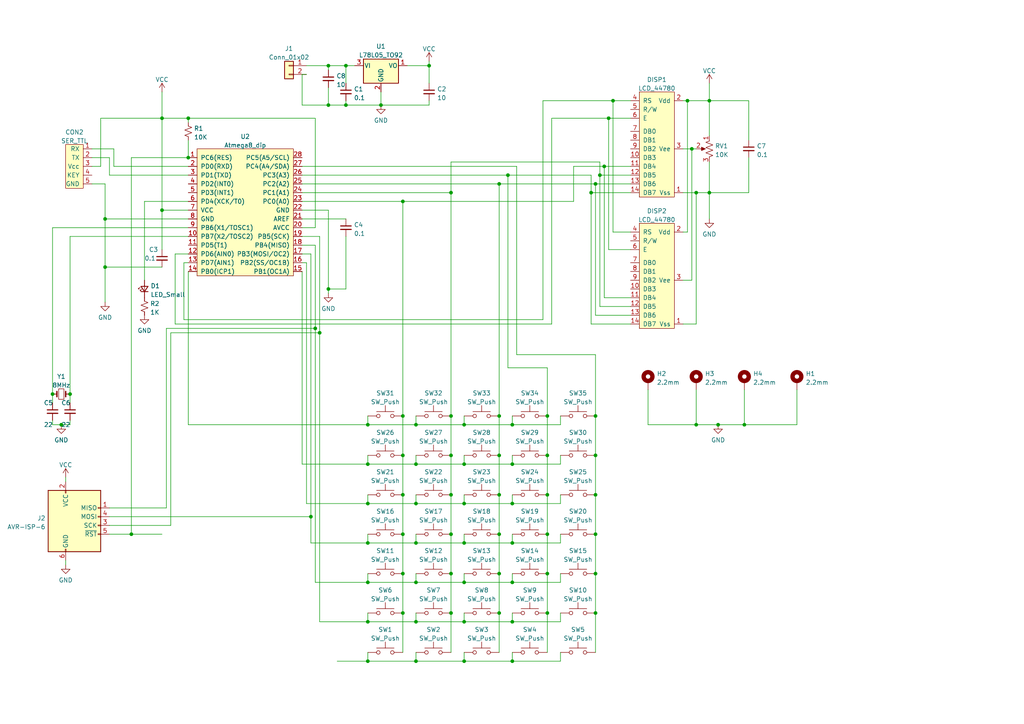
<source format=kicad_sch>
(kicad_sch (version 20211123) (generator eeschema)
  (paper "A4")
  (lib_symbols
    (symbol "BDK_Passive:C_Small_bypass_0.2in" (pin_numbers hide) (pin_names (offset 0.254) hide)
      (property "Reference" "C" (at 0.254 1.778 0))
      (property "Value" "C_Small_bypass_0.2in" (at 0.254 -2.032 0))
      (symbol "C_Small_bypass_0.2in_0_1"
        (polyline (pts (xy -1.524 -0.508) (xy 1.524 -0.508)) (stroke (width 0.3302)))
        (polyline (pts (xy -1.524 0.508) (xy 1.524 0.508)) (stroke (width 0.3048)))
      )
      (symbol "C_Small_bypass_0.2in_1_1"
        (pin passive line (at 0 2.54 270) (length 2.032) (name "~") (number "1"))
        (pin passive line (at 0 -2.54 90) (length 2.032) (name "~") (number "2"))
      )
    )
    (symbol "BDK_Passive:Crystal_Small_HC49U_Vertical" (pin_numbers hide) (pin_names (offset 1.016) hide)
      (property "Reference" "Y" (at 0 2.54 0))
      (property "Value" "Crystal_Small_HC49U_Vertical" (at 0 -2.54 0))
      (symbol "Crystal_Small_HC49U_Vertical_0_1"
        (rectangle (start -0.762 -1.524) (end 0.762 1.524))
        (polyline (pts (xy -1.27 -0.762) (xy -1.27 0.762)) (stroke (width 0.381)))
        (polyline (pts (xy 1.27 -0.762) (xy 1.27 0.762)) (stroke (width 0.381)))
      )
      (symbol "Crystal_Small_HC49U_Vertical_1_1"
        (pin passive line (at -2.54 0 0) (length 1.27) (name "1") (number "1"))
        (pin passive line (at 2.54 0 180) (length 1.27) (name "2") (number "2"))
      )
    )
    (symbol "Connector:AVR-ISP-6" (pin_names (offset 1.016))
      (property "Reference" "J" (at -6.35 11.43 0))
      (property "Value" "AVR-ISP-6" (at 0 11.43 0))
      (symbol "AVR-ISP-6_0_1"
        (rectangle (start -2.667 -6.858) (end -2.413 -7.62))
        (rectangle (start -2.667 10.16) (end -2.413 9.398))
        (rectangle (start 7.62 -2.413) (end 6.858 -2.667))
        (rectangle (start 7.62 0.127) (end 6.858 -0.127))
        (rectangle (start 7.62 2.667) (end 6.858 2.413))
        (rectangle (start 7.62 5.207) (end 6.858 4.953))
        (rectangle (start 7.62 10.16) (end -7.62 -7.62) (stroke (width 0.254)) (fill (type background)))
      )
      (symbol "AVR-ISP-6_1_1"
        (pin passive line (at 10.16 5.08 180) (length 2.54) (name "MISO") (number "1"))
        (pin passive line (at -2.54 12.7 270) (length 2.54) (name "VCC") (number "2"))
        (pin passive line (at 10.16 0 180) (length 2.54) (name "SCK") (number "3"))
        (pin passive line (at 10.16 2.54 180) (length 2.54) (name "MOSI") (number "4"))
        (pin passive line (at 10.16 -2.54 180) (length 2.54) (name "~{RST}") (number "5"))
        (pin passive line (at -2.54 -10.16 90) (length 2.54) (name "GND") (number "6"))
      )
    )
    (symbol "Connector_Generic:Conn_01x02" (pin_names (offset 1.016) hide)
      (property "Reference" "J" (at 0 2.54 0))
      (property "Value" "Conn_01x02" (at 0 -5.08 0))
      (symbol "Conn_01x02_1_1"
        (rectangle (start -1.27 -2.413) (end 0 -2.667) (stroke (width 0.1524)))
        (rectangle (start -1.27 0.127) (end 0 -0.127) (stroke (width 0.1524)))
        (rectangle (start -1.27 1.27) (end 1.27 -3.81) (stroke (width 0.254)) (fill (type background)))
        (pin passive line (at -5.08 0 0) (length 3.81) (name "Pin_1") (number "1"))
        (pin passive line (at -5.08 -2.54 0) (length 3.81) (name "Pin_2") (number "2"))
      )
    )
    (symbol "Device:C_Small" (pin_numbers hide) (pin_names (offset 0.254) hide)
      (property "Reference" "C" (at 0.254 1.778 0))
      (property "Value" "C_Small" (at 0.254 -2.032 0))
      (symbol "C_Small_0_1"
        (polyline (pts (xy -1.524 -0.508) (xy 1.524 -0.508)) (stroke (width 0.3302)))
        (polyline (pts (xy -1.524 0.508) (xy 1.524 0.508)) (stroke (width 0.3048)))
      )
      (symbol "C_Small_1_1"
        (pin passive line (at 0 2.54 270) (length 2.032) (name "~") (number "1"))
        (pin passive line (at 0 -2.54 90) (length 2.032) (name "~") (number "2"))
      )
    )
    (symbol "Device:LED_Small" (pin_numbers hide) (pin_names (offset 0.254) hide)
      (property "Reference" "D" (at -1.27 3.175 0))
      (property "Value" "LED_Small" (at -4.445 -2.54 0))
      (symbol "LED_Small_0_1"
        (polyline (pts (xy -0.762 -1.016) (xy -0.762 1.016)) (stroke (width 0.254)))
        (polyline (pts (xy 1.016 0) (xy -0.762 0)))
        (polyline (pts (xy 0.762 -1.016) (xy -0.762 0) (xy 0.762 1.016) (xy 0.762 -1.016)) (stroke (width 0.254)))
        (polyline (pts (xy 0 0.762) (xy -0.508 1.27) (xy -0.254 1.27) (xy -0.508 1.27) (xy -0.508 1.016)))
        (polyline (pts (xy 0.508 1.27) (xy 0 1.778) (xy 0.254 1.778) (xy 0 1.778) (xy 0 1.524)))
      )
      (symbol "LED_Small_1_1"
        (pin passive line (at -2.54 0 0) (length 1.778) (name "K") (number "1"))
        (pin passive line (at 2.54 0 180) (length 1.778) (name "A") (number "2"))
      )
    )
    (symbol "Device:R_Potentiometer_US" (pin_names (offset 1.016) hide)
      (property "Reference" "RV" (at -4.445 0 90))
      (property "Value" "R_Potentiometer_US" (at -2.54 0 90))
      (symbol "R_Potentiometer_US_0_1"
        (polyline (pts (xy 0 -2.286) (xy 0 -2.54)))
        (polyline (pts (xy 0 2.54) (xy 0 2.286)))
        (polyline (pts (xy 2.54 0) (xy 1.524 0)))
        (polyline (pts (xy 1.143 0) (xy 2.286 0.508) (xy 2.286 -0.508) (xy 1.143 0)) (fill (type outline)))
        (polyline (pts (xy 0 -0.762) (xy 1.016 -1.143) (xy 0 -1.524) (xy -1.016 -1.905) (xy 0 -2.286)))
        (polyline (pts (xy 0 0.762) (xy 1.016 0.381) (xy 0 0) (xy -1.016 -0.381) (xy 0 -0.762)))
        (polyline (pts (xy 0 2.286) (xy 1.016 1.905) (xy 0 1.524) (xy -1.016 1.143) (xy 0 0.762)))
      )
      (symbol "R_Potentiometer_US_1_1"
        (pin passive line (at 0 3.81 270) (length 1.27) (name "1") (number "1"))
        (pin passive line (at 3.81 0 180) (length 1.27) (name "2") (number "2"))
        (pin passive line (at 0 -3.81 90) (length 1.27) (name "3") (number "3"))
      )
    )
    (symbol "Device:R_Small_US" (pin_numbers hide) (pin_names (offset 0.254) hide)
      (property "Reference" "R" (at 0.762 0.508 0))
      (property "Value" "R_Small_US" (at 0.762 -1.016 0))
      (symbol "R_Small_US_1_1"
        (polyline (pts (xy 0 0) (xy 1.016 -0.381) (xy 0 -0.762) (xy -1.016 -1.143) (xy 0 -1.524)))
        (polyline (pts (xy 0 1.524) (xy 1.016 1.143) (xy 0 0.762) (xy -1.016 0.381) (xy 0 0)))
        (pin passive line (at 0 2.54 270) (length 1.016) (name "~") (number "1"))
        (pin passive line (at 0 -2.54 90) (length 1.016) (name "~") (number "2"))
      )
    )
    (symbol "Mechanical:MountingHole_Pad" (pin_numbers hide) (pin_names (offset 1.016) hide)
      (property "Reference" "H" (at 0 6.35 0))
      (property "Value" "MountingHole_Pad" (at 0 4.445 0))
      (symbol "MountingHole_Pad_0_1"
        (circle (center 0 1.27) (radius 1.27) (stroke (width 1.27)))
      )
      (symbol "MountingHole_Pad_1_1"
        (pin input line (at 0 -2.54 90) (length 2.54) (name "1") (number "1"))
      )
    )
    (symbol "Regulator_Linear:L78L05_TO92" (pin_names (offset 0.254))
      (property "Reference" "U" (at -3.81 3.175 0))
      (property "Value" "L78L05_TO92" (at 0 3.175 0))
      (symbol "L78L05_TO92_0_1"
        (rectangle (start -5.08 -5.08) (end 5.08 1.905) (stroke (width 0.254)) (fill (type background)))
      )
      (symbol "L78L05_TO92_1_1"
        (pin power_out line (at 7.62 0 180) (length 2.54) (name "VO") (number "1"))
        (pin power_in line (at 0 -7.62 90) (length 2.54) (name "GND") (number "2"))
        (pin power_in line (at -7.62 0 0) (length 2.54) (name "VI") (number "3"))
      )
    )
    (symbol "Switch:SW_Push" (pin_numbers hide) (pin_names (offset 1.016) hide)
      (property "Reference" "SW" (at 1.27 2.54 0))
      (property "Value" "SW_Push" (at 0 -1.524 0))
      (symbol "SW_Push_0_1"
        (circle (center -2.032 0) (radius 0.508))
        (polyline (pts (xy 0 1.27) (xy 0 3.048)))
        (polyline (pts (xy 2.54 1.27) (xy -2.54 1.27)))
        (circle (center 2.032 0) (radius 0.508))
        (pin passive line (at -5.08 0 0) (length 2.54) (name "1") (number "1"))
        (pin passive line (at 5.08 0 180) (length 2.54) (name "2") (number "2"))
      )
    )
    (symbol "bdk_Micro:Atmega8_dip" (pin_names (offset 1.016))
      (property "Reference" "U" (at -2.54 3.81 0))
      (property "Value" "Atmega8_dip" (at 0 1.27 0))
      (symbol "Atmega8_dip_0_1"
        (rectangle (start -13.97 0) (end 13.97 -36.83) (fill (type background)))
      )
      (symbol "Atmega8_dip_1_1"
        (pin bidirectional line (at -16.51 -2.54 0) (length 2.54) (name "PC6(RES)") (number "1"))
        (pin bidirectional line (at -16.51 -25.4 0) (length 2.54) (name "PB7(X2/TOSC2)") (number "10"))
        (pin bidirectional line (at -16.51 -27.94 0) (length 2.54) (name "PD5(T1)") (number "11"))
        (pin bidirectional line (at -16.51 -30.48 0) (length 2.54) (name "PD6(AIN0)") (number "12"))
        (pin bidirectional line (at -16.51 -33.02 0) (length 2.54) (name "PD7(AIN1)") (number "13"))
        (pin bidirectional line (at -16.51 -35.56 0) (length 2.54) (name "PB0(ICP1)") (number "14"))
        (pin bidirectional line (at 16.51 -35.56 180) (length 2.54) (name "PB1(OC1A)") (number "15"))
        (pin bidirectional line (at 16.51 -33.02 180) (length 2.54) (name "PB2(SS/OC1B)") (number "16"))
        (pin bidirectional line (at 16.51 -30.48 180) (length 2.54) (name "PB3(MOSI/OC2)") (number "17"))
        (pin bidirectional line (at 16.51 -27.94 180) (length 2.54) (name "PB4(MISO)") (number "18"))
        (pin bidirectional line (at 16.51 -25.4 180) (length 2.54) (name "PB5(SCK)") (number "19"))
        (pin bidirectional line (at -16.51 -5.08 0) (length 2.54) (name "PD0(RXD)") (number "2"))
        (pin power_in line (at 16.51 -22.86 180) (length 2.54) (name "AVCC") (number "20"))
        (pin power_in line (at 16.51 -20.32 180) (length 2.54) (name "AREF") (number "21"))
        (pin power_in line (at 16.51 -17.78 180) (length 2.54) (name "GND") (number "22"))
        (pin bidirectional line (at 16.51 -15.24 180) (length 2.54) (name "PC0(A0)") (number "23"))
        (pin bidirectional line (at 16.51 -12.7 180) (length 2.54) (name "PC1(A1)") (number "24"))
        (pin bidirectional line (at 16.51 -10.16 180) (length 2.54) (name "PC2(A2)") (number "25"))
        (pin bidirectional line (at 16.51 -7.62 180) (length 2.54) (name "PC3(A3)") (number "26"))
        (pin bidirectional line (at 16.51 -5.08 180) (length 2.54) (name "PC4(A4/SDA)") (number "27"))
        (pin bidirectional line (at 16.51 -2.54 180) (length 2.54) (name "PC5(A5/SCL)") (number "28"))
        (pin bidirectional line (at -16.51 -7.62 0) (length 2.54) (name "PD1(TXD)") (number "3"))
        (pin bidirectional line (at -16.51 -10.16 0) (length 2.54) (name "PD2(INT0)") (number "4"))
        (pin bidirectional line (at -16.51 -12.7 0) (length 2.54) (name "PD3(INT1)") (number "5"))
        (pin bidirectional line (at -16.51 -15.24 0) (length 2.54) (name "PD4(XCK/T0)") (number "6"))
        (pin power_in line (at -16.51 -17.78 0) (length 2.54) (name "VCC") (number "7"))
        (pin power_in line (at -16.51 -20.32 0) (length 2.54) (name "GND") (number "8"))
        (pin bidirectional line (at -16.51 -22.86 0) (length 2.54) (name "PB6(X1/TOSC1)") (number "9"))
      )
    )
    (symbol "bdk_connector:SER_TTL" (pin_names (offset 1.016))
      (property "Reference" "CON" (at 2.54 3.81 0))
      (property "Value" "SER_TTL" (at 2.54 1.27 0))
      (symbol "SER_TTL_0_1"
        (rectangle (start 0 0) (end 5.08 -12.7) (fill (type background)))
      )
      (symbol "SER_TTL_1_1"
        (pin input line (at 7.62 -1.27 180) (length 2.54) (name "RX") (number "1"))
        (pin output line (at 7.62 -3.81 180) (length 2.54) (name "TX") (number "2"))
        (pin power_out line (at 7.62 -6.35 180) (length 2.54) (name "Vcc") (number "3"))
        (pin power_out line (at 7.62 -8.89 180) (length 2.54) (name "KEY") (number "4"))
        (pin power_out line (at 7.62 -11.43 180) (length 2.54) (name "GND") (number "5"))
      )
    )
    (symbol "bdk_display:LCD_44780" (pin_names (offset 1.016))
      (property "Reference" "DISP" (at -2.54 5.08 0))
      (property "Value" "LCD_44780" (at -2.54 2.54 0))
      (symbol "LCD_44780_0_1"
        (rectangle (start -7.62 0) (end 2.54 -30.48) (fill (type background)))
      )
      (symbol "LCD_44780_1_1"
        (pin power_in line (at 5.08 -29.21 180) (length 2.54) (name "Vss") (number "1"))
        (pin bidirectional line (at -10.16 -19.05 0) (length 2.54) (name "DB3") (number "10"))
        (pin bidirectional line (at -10.16 -21.59 0) (length 2.54) (name "DB4") (number "11"))
        (pin bidirectional line (at -10.16 -24.13 0) (length 2.54) (name "DB5") (number "12"))
        (pin bidirectional line (at -10.16 -26.67 0) (length 2.54) (name "DB6") (number "13"))
        (pin bidirectional line (at -10.16 -29.21 0) (length 2.54) (name "DB7") (number "14"))
        (pin power_in line (at 5.08 -2.54 180) (length 2.54) (name "Vdd") (number "2"))
        (pin power_in line (at 5.08 -16.51 180) (length 2.54) (name "Vee") (number "3"))
        (pin input line (at -10.16 -2.54 0) (length 2.54) (name "RS") (number "4"))
        (pin input line (at -10.16 -5.08 0) (length 2.54) (name "R/W") (number "5"))
        (pin input line (at -10.16 -7.62 0) (length 2.54) (name "E") (number "6"))
        (pin bidirectional line (at -10.16 -11.43 0) (length 2.54) (name "DB0") (number "7"))
        (pin bidirectional line (at -10.16 -13.97 0) (length 2.54) (name "DB1") (number "8"))
        (pin bidirectional line (at -10.16 -16.51 0) (length 2.54) (name "DB2") (number "9"))
      )
    )
    (symbol "power:GND" (power) (pin_names (offset 0))
      (property "Value" "GND" (at 0 -3.81 0))
      (symbol "GND_0_1"
        (polyline (pts (xy 0 0) (xy 0 -1.27) (xy 1.27 -1.27) (xy 0 -2.54) (xy -1.27 -1.27) (xy 0 -1.27)))
      )
      (symbol "GND_1_1"
        (pin power_in line (at 0 0 270) (length 0) hide (name "GND") (number "1"))
      )
    )
    (symbol "power:VCC" (power) (pin_names (offset 0))
      (property "Value" "VCC" (at 0 3.81 0))
      (symbol "VCC_0_1"
        (polyline (pts (xy -0.762 1.27) (xy 0 2.54)))
        (polyline (pts (xy 0 0) (xy 0 2.54)))
        (polyline (pts (xy 0 2.54) (xy 0.762 1.27)))
      )
      (symbol "VCC_1_1"
        (pin power_in line (at 0 0 90) (length 0) hide (name "VCC") (number "1"))
      )
    )
  )
  (junction (at 130.81 132.08))
  (junction (at 120.65 123.19))
  (junction (at 120.65 146.05))
  (junction (at 130.81 143.51))
  (junction (at 172.72 120.65))
  (junction (at 158.75 166.37))
  (junction (at 172.72 177.8))
  (junction (at 95.25 30.48))
  (junction (at 144.78 120.65))
  (junction (at 158.75 177.8))
  (junction (at 173.99 50.8))
  (junction (at 106.68 180.34))
  (junction (at 134.62 123.19))
  (junction (at 106.68 146.05))
  (junction (at 130.81 154.94))
  (junction (at 148.59 134.62))
  (junction (at 100.33 19.05))
  (junction (at 158.75 143.51))
  (junction (at 205.74 55.88))
  (junction (at 116.84 58.42))
  (junction (at 215.9 123.19))
  (junction (at 134.62 191.77))
  (junction (at 120.65 191.77))
  (junction (at 147.32 50.8))
  (junction (at 144.78 166.37))
  (junction (at 38.1 154.94))
  (junction (at 177.8 29.21))
  (junction (at 175.26 48.26))
  (junction (at 17.78 123.19))
  (junction (at 134.62 168.91))
  (junction (at 158.75 154.94))
  (junction (at 130.81 55.88))
  (junction (at 120.65 168.91))
  (junction (at 130.81 166.37))
  (junction (at 200.66 43.18))
  (junction (at 120.65 134.62))
  (junction (at 158.75 132.08))
  (junction (at 106.68 157.48))
  (junction (at 199.39 29.21))
  (junction (at 95.25 19.05))
  (junction (at 100.33 30.48))
  (junction (at 148.59 157.48))
  (junction (at 106.68 134.62))
  (junction (at 148.59 146.05))
  (junction (at 116.84 166.37))
  (junction (at 201.93 55.88))
  (junction (at 116.84 120.65))
  (junction (at 134.62 180.34))
  (junction (at 208.28 123.19))
  (junction (at 172.72 166.37))
  (junction (at 46.99 60.96))
  (junction (at 148.59 168.91))
  (junction (at 134.62 146.05))
  (junction (at 106.68 191.77))
  (junction (at 176.53 34.29))
  (junction (at 116.84 143.51))
  (junction (at 144.78 132.08))
  (junction (at 120.65 157.48))
  (junction (at 144.78 143.51))
  (junction (at 95.25 83.82))
  (junction (at 110.49 30.48))
  (junction (at 90.17 149.86))
  (junction (at 148.59 123.19))
  (junction (at 144.78 177.8))
  (junction (at 116.84 132.08))
  (junction (at 134.62 157.48))
  (junction (at 172.72 143.51))
  (junction (at 144.78 53.34))
  (junction (at 130.81 120.65))
  (junction (at 171.45 55.88))
  (junction (at 134.62 134.62))
  (junction (at 46.99 34.29))
  (junction (at 116.84 154.94))
  (junction (at 54.61 45.72))
  (junction (at 172.72 154.94))
  (junction (at 20.32 114.3))
  (junction (at 116.84 177.8))
  (junction (at 30.48 77.47))
  (junction (at 148.59 191.77))
  (junction (at 124.46 19.05))
  (junction (at 120.65 180.34))
  (junction (at 106.68 168.91))
  (junction (at 148.59 180.34))
  (junction (at 205.74 29.21))
  (junction (at 91.44 95.25))
  (junction (at 172.72 53.34))
  (junction (at 30.48 63.5))
  (junction (at 54.61 34.29))
  (junction (at 158.75 120.65))
  (junction (at 106.68 123.19))
  (junction (at 144.78 154.94))
  (junction (at 130.81 177.8))
  (junction (at 15.24 114.3))
  (junction (at 201.93 123.19))
  (junction (at 172.72 132.08))
  (junction (at 92.71 96.52))
  (wire (pts (xy 134.62 120.65) (xy 134.62 123.19)))
  (wire (pts (xy 158.75 166.37) (xy 158.75 177.8)))
  (wire (pts (xy 46.99 154.94) (xy 38.1 154.94)))
  (wire (pts (xy 90.17 73.66) (xy 90.17 149.86)))
  (wire (pts (xy 172.72 132.08) (xy 172.72 143.51)))
  (wire (pts (xy 134.62 157.48) (xy 148.59 157.48)))
  (wire (pts (xy 158.75 106.68) (xy 147.32 106.68)))
  (wire (pts (xy 87.63 76.2) (xy 88.9 76.2)))
  (wire (pts (xy 172.72 143.51) (xy 172.72 154.94)))
  (wire (pts (xy 116.84 166.37) (xy 116.84 177.8)))
  (wire (pts (xy 106.68 157.48) (xy 120.65 157.48)))
  (wire (pts (xy 162.56 134.62) (xy 162.56 132.08)))
  (wire (pts (xy 173.99 50.8) (xy 182.88 50.8)))
  (wire (pts (xy 26.67 43.18) (xy 33.02 43.18)))
  (wire (pts (xy 144.78 143.51) (xy 144.78 154.94)))
  (wire (pts (xy 200.66 43.18) (xy 200.66 81.28)))
  (wire (pts (xy 116.84 154.94) (xy 116.84 166.37)))
  (wire (pts (xy 116.84 177.8) (xy 116.84 189.23)))
  (wire (pts (xy 162.56 157.48) (xy 162.56 154.94)))
  (wire (pts (xy 91.44 71.12) (xy 91.44 95.25)))
  (wire (pts (xy 33.02 48.26) (xy 33.02 43.18)))
  (wire (pts (xy 130.81 46.99) (xy 173.99 46.99)))
  (wire (pts (xy 158.75 132.08) (xy 158.75 143.51)))
  (wire (pts (xy 95.25 25.4) (xy 95.25 30.48)))
  (wire (pts (xy 120.65 123.19) (xy 134.62 123.19)))
  (wire (pts (xy 26.67 45.72) (xy 31.75 45.72)))
  (wire (pts (xy 172.72 102.87) (xy 149.86 102.87)))
  (wire (pts (xy 26.67 48.26) (xy 29.21 48.26)))
  (wire (pts (xy 172.72 53.34) (xy 172.72 91.44)))
  (wire (pts (xy 95.25 19.05) (xy 95.25 20.32)))
  (wire (pts (xy 97.79 191.77) (xy 106.68 191.77)))
  (wire (pts (xy 124.46 30.48) (xy 124.46 29.21)))
  (wire (pts (xy 106.68 191.77) (xy 120.65 191.77)))
  (wire (pts (xy 106.68 143.51) (xy 106.68 146.05)))
  (wire (pts (xy 120.65 146.05) (xy 134.62 146.05)))
  (wire (pts (xy 20.32 121.92) (xy 20.32 123.19)))
  (wire (pts (xy 176.53 34.29) (xy 176.53 72.39)))
  (wire (pts (xy 92.71 96.52) (xy 92.71 180.34)))
  (wire (pts (xy 110.49 30.48) (xy 124.46 30.48)))
  (wire (pts (xy 30.48 63.5) (xy 54.61 63.5)))
  (wire (pts (xy 91.44 66.04) (xy 91.44 34.29)))
  (wire (pts (xy 29.21 34.29) (xy 46.99 34.29)))
  (wire (pts (xy 88.9 19.05) (xy 95.25 19.05)))
  (wire (pts (xy 31.75 149.86) (xy 90.17 149.86)))
  (wire (pts (xy 48.26 147.32) (xy 48.26 95.25)))
  (wire (pts (xy 30.48 63.5) (xy 30.48 77.47)))
  (wire (pts (xy 148.59 120.65) (xy 148.59 123.19)))
  (wire (pts (xy 87.63 30.48) (xy 95.25 30.48)))
  (wire (pts (xy 48.26 95.25) (xy 91.44 95.25)))
  (wire (pts (xy 100.33 19.05) (xy 100.33 24.13)))
  (wire (pts (xy 87.63 50.8) (xy 147.32 50.8)))
  (wire (pts (xy 120.65 191.77) (xy 134.62 191.77)))
  (wire (pts (xy 148.59 168.91) (xy 162.56 168.91)))
  (wire (pts (xy 50.8 93.98) (xy 160.02 93.98)))
  (wire (pts (xy 158.75 154.94) (xy 158.75 166.37)))
  (wire (pts (xy 199.39 29.21) (xy 199.39 67.31)))
  (wire (pts (xy 116.84 143.51) (xy 116.84 154.94)))
  (wire (pts (xy 134.62 191.77) (xy 148.59 191.77)))
  (wire (pts (xy 201.93 55.88) (xy 205.74 55.88)))
  (wire (pts (xy 158.75 143.51) (xy 158.75 154.94)))
  (wire (pts (xy 29.21 48.26) (xy 29.21 34.29)))
  (wire (pts (xy 149.86 102.87) (xy 149.86 48.26)))
  (wire (pts (xy 130.81 55.88) (xy 130.81 46.99)))
  (wire (pts (xy 171.45 55.88) (xy 171.45 50.8)))
  (wire (pts (xy 175.26 48.26) (xy 175.26 86.36)))
  (wire (pts (xy 120.65 180.34) (xy 134.62 180.34)))
  (wire (pts (xy 130.81 143.51) (xy 130.81 154.94)))
  (wire (pts (xy 49.53 96.52) (xy 92.71 96.52)))
  (wire (pts (xy 106.68 132.08) (xy 106.68 134.62)))
  (wire (pts (xy 31.75 152.4) (xy 49.53 152.4)))
  (wire (pts (xy 166.37 48.26) (xy 166.37 58.42)))
  (wire (pts (xy 160.02 34.29) (xy 176.53 34.29)))
  (wire (pts (xy 198.12 43.18) (xy 200.66 43.18)))
  (wire (pts (xy 148.59 177.8) (xy 148.59 180.34)))
  (wire (pts (xy 166.37 58.42) (xy 116.84 58.42)))
  (wire (pts (xy 120.65 143.51) (xy 120.65 146.05)))
  (wire (pts (xy 54.61 58.42) (xy 41.91 58.42)))
  (wire (pts (xy 87.63 71.12) (xy 91.44 71.12)))
  (wire (pts (xy 173.99 88.9) (xy 182.88 88.9)))
  (wire (pts (xy 144.78 53.34) (xy 144.78 120.65)))
  (wire (pts (xy 54.61 68.58) (xy 20.32 68.58)))
  (wire (pts (xy 95.25 83.82) (xy 95.25 85.09)))
  (wire (pts (xy 144.78 154.94) (xy 144.78 166.37)))
  (wire (pts (xy 134.62 132.08) (xy 134.62 134.62)))
  (wire (pts (xy 95.25 30.48) (xy 100.33 30.48)))
  (wire (pts (xy 110.49 26.67) (xy 110.49 30.48)))
  (wire (pts (xy 120.65 157.48) (xy 134.62 157.48)))
  (wire (pts (xy 149.86 48.26) (xy 87.63 48.26)))
  (wire (pts (xy 175.26 86.36) (xy 182.88 86.36)))
  (wire (pts (xy 91.44 168.91) (xy 106.68 168.91)))
  (wire (pts (xy 148.59 154.94) (xy 148.59 157.48)))
  (wire (pts (xy 116.84 58.42) (xy 87.63 58.42)))
  (wire (pts (xy 134.62 166.37) (xy 134.62 168.91)))
  (wire (pts (xy 172.72 120.65) (xy 172.72 132.08)))
  (wire (pts (xy 19.05 162.56) (xy 19.05 163.83)))
  (wire (pts (xy 87.63 68.58) (xy 92.71 68.58)))
  (wire (pts (xy 130.81 132.08) (xy 130.81 143.51)))
  (wire (pts (xy 144.78 177.8) (xy 144.78 189.23)))
  (wire (pts (xy 46.99 60.96) (xy 46.99 72.39)))
  (wire (pts (xy 187.96 123.19) (xy 201.93 123.19)))
  (wire (pts (xy 201.93 123.19) (xy 208.28 123.19)))
  (wire (pts (xy 198.12 29.21) (xy 199.39 29.21)))
  (wire (pts (xy 46.99 34.29) (xy 46.99 60.96)))
  (wire (pts (xy 100.33 19.05) (xy 102.87 19.05)))
  (wire (pts (xy 92.71 180.34) (xy 106.68 180.34)))
  (wire (pts (xy 172.72 177.8) (xy 172.72 189.23)))
  (wire (pts (xy 120.65 177.8) (xy 120.65 180.34)))
  (wire (pts (xy 199.39 29.21) (xy 205.74 29.21)))
  (wire (pts (xy 46.99 60.96) (xy 54.61 60.96)))
  (wire (pts (xy 19.05 138.43) (xy 19.05 139.7)))
  (wire (pts (xy 100.33 68.58) (xy 100.33 83.82)))
  (wire (pts (xy 158.75 177.8) (xy 158.75 189.23)))
  (wire (pts (xy 134.62 154.94) (xy 134.62 157.48)))
  (wire (pts (xy 95.25 19.05) (xy 100.33 19.05)))
  (wire (pts (xy 162.56 146.05) (xy 162.56 143.51)))
  (wire (pts (xy 217.17 55.88) (xy 205.74 55.88)))
  (wire (pts (xy 87.63 55.88) (xy 130.81 55.88)))
  (wire (pts (xy 120.65 154.94) (xy 120.65 157.48)))
  (wire (pts (xy 148.59 166.37) (xy 148.59 168.91)))
  (wire (pts (xy 20.32 68.58) (xy 20.32 114.3)))
  (wire (pts (xy 106.68 154.94) (xy 106.68 157.48)))
  (wire (pts (xy 198.12 55.88) (xy 201.93 55.88)))
  (wire (pts (xy 30.48 77.47) (xy 46.99 77.47)))
  (wire (pts (xy 130.81 120.65) (xy 130.81 55.88)))
  (wire (pts (xy 92.71 68.58) (xy 92.71 96.52)))
  (wire (pts (xy 157.48 92.71) (xy 157.48 29.21)))
  (wire (pts (xy 106.68 134.62) (xy 120.65 134.62)))
  (wire (pts (xy 116.84 120.65) (xy 116.84 132.08)))
  (wire (pts (xy 172.72 53.34) (xy 182.88 53.34)))
  (wire (pts (xy 173.99 50.8) (xy 173.99 88.9)))
  (wire (pts (xy 116.84 132.08) (xy 116.84 143.51)))
  (wire (pts (xy 106.68 168.91) (xy 120.65 168.91)))
  (wire (pts (xy 124.46 17.78) (xy 124.46 19.05)))
  (wire (pts (xy 205.74 29.21) (xy 205.74 39.37)))
  (wire (pts (xy 15.24 66.04) (xy 15.24 114.3)))
  (wire (pts (xy 231.14 123.19) (xy 231.14 113.03)))
  (wire (pts (xy 95.25 60.96) (xy 95.25 83.82)))
  (wire (pts (xy 30.48 77.47) (xy 30.48 87.63)))
  (wire (pts (xy 106.68 189.23) (xy 106.68 191.77)))
  (wire (pts (xy 54.61 40.64) (xy 54.61 45.72)))
  (wire (pts (xy 134.62 180.34) (xy 148.59 180.34)))
  (wire (pts (xy 48.26 147.32) (xy 31.75 147.32)))
  (wire (pts (xy 20.32 123.19) (xy 17.78 123.19)))
  (wire (pts (xy 171.45 55.88) (xy 171.45 93.98)))
  (wire (pts (xy 160.02 93.98) (xy 160.02 34.29)))
  (wire (pts (xy 157.48 29.21) (xy 177.8 29.21)))
  (wire (pts (xy 120.65 168.91) (xy 134.62 168.91)))
  (wire (pts (xy 173.99 46.99) (xy 173.99 50.8)))
  (wire (pts (xy 20.32 114.3) (xy 20.32 116.84)))
  (wire (pts (xy 134.62 168.91) (xy 148.59 168.91)))
  (wire (pts (xy 217.17 29.21) (xy 217.17 40.64)))
  (wire (pts (xy 54.61 78.74) (xy 54.61 123.19)))
  (wire (pts (xy 130.81 154.94) (xy 130.81 166.37)))
  (wire (pts (xy 200.66 43.18) (xy 201.93 43.18)))
  (wire (pts (xy 201.93 55.88) (xy 201.93 93.98)))
  (wire (pts (xy 87.63 73.66) (xy 90.17 73.66)))
  (wire (pts (xy 147.32 50.8) (xy 171.45 50.8)))
  (wire (pts (xy 124.46 19.05) (xy 124.46 24.13)))
  (wire (pts (xy 15.24 123.19) (xy 17.78 123.19)))
  (wire (pts (xy 175.26 48.26) (xy 166.37 48.26)))
  (wire (pts (xy 148.59 146.05) (xy 162.56 146.05)))
  (wire (pts (xy 130.81 120.65) (xy 130.81 132.08)))
  (wire (pts (xy 90.17 157.48) (xy 106.68 157.48)))
  (wire (pts (xy 130.81 166.37) (xy 130.81 177.8)))
  (wire (pts (xy 120.65 166.37) (xy 120.65 168.91)))
  (wire (pts (xy 118.11 19.05) (xy 124.46 19.05)))
  (wire (pts (xy 144.78 53.34) (xy 172.72 53.34)))
  (wire (pts (xy 54.61 123.19) (xy 106.68 123.19)))
  (wire (pts (xy 15.24 121.92) (xy 15.24 123.19)))
  (wire (pts (xy 49.53 152.4) (xy 49.53 96.52)))
  (wire (pts (xy 148.59 134.62) (xy 162.56 134.62)))
  (wire (pts (xy 134.62 177.8) (xy 134.62 180.34)))
  (wire (pts (xy 217.17 45.72) (xy 217.17 55.88)))
  (wire (pts (xy 176.53 72.39) (xy 182.88 72.39)))
  (wire (pts (xy 106.68 166.37) (xy 106.68 168.91)))
  (wire (pts (xy 106.68 146.05) (xy 120.65 146.05)))
  (wire (pts (xy 120.65 134.62) (xy 134.62 134.62)))
  (wire (pts (xy 120.65 132.08) (xy 120.65 134.62)))
  (wire (pts (xy 91.44 95.25) (xy 91.44 168.91)))
  (wire (pts (xy 215.9 113.03) (xy 215.9 123.19)))
  (wire (pts (xy 87.63 21.59) (xy 88.9 21.59)))
  (wire (pts (xy 162.56 180.34) (xy 162.56 177.8)))
  (wire (pts (xy 30.48 53.34) (xy 30.48 63.5)))
  (wire (pts (xy 100.33 30.48) (xy 110.49 30.48)))
  (wire (pts (xy 87.63 66.04) (xy 91.44 66.04)))
  (wire (pts (xy 38.1 45.72) (xy 38.1 154.94)))
  (wire (pts (xy 148.59 132.08) (xy 148.59 134.62)))
  (wire (pts (xy 172.72 166.37) (xy 172.72 177.8)))
  (wire (pts (xy 200.66 81.28) (xy 198.12 81.28)))
  (wire (pts (xy 162.56 191.77) (xy 162.56 189.23)))
  (wire (pts (xy 31.75 50.8) (xy 31.75 45.72)))
  (wire (pts (xy 187.96 113.03) (xy 187.96 123.19)))
  (wire (pts (xy 134.62 143.51) (xy 134.62 146.05)))
  (wire (pts (xy 172.72 91.44) (xy 182.88 91.44)))
  (wire (pts (xy 172.72 120.65) (xy 172.72 102.87)))
  (wire (pts (xy 205.74 29.21) (xy 205.74 24.13)))
  (wire (pts (xy 41.91 58.42) (xy 41.91 81.28)))
  (wire (pts (xy 106.68 120.65) (xy 106.68 123.19)))
  (wire (pts (xy 88.9 76.2) (xy 88.9 146.05)))
  (wire (pts (xy 162.56 123.19) (xy 162.56 120.65)))
  (wire (pts (xy 158.75 120.65) (xy 158.75 106.68)))
  (wire (pts (xy 148.59 123.19) (xy 162.56 123.19)))
  (wire (pts (xy 87.63 53.34) (xy 144.78 53.34)))
  (wire (pts (xy 199.39 67.31) (xy 198.12 67.31)))
  (wire (pts (xy 54.61 45.72) (xy 38.1 45.72)))
  (wire (pts (xy 148.59 189.23) (xy 148.59 191.77)))
  (wire (pts (xy 106.68 180.34) (xy 120.65 180.34)))
  (wire (pts (xy 148.59 180.34) (xy 162.56 180.34)))
  (wire (pts (xy 144.78 132.08) (xy 144.78 143.51)))
  (wire (pts (xy 144.78 120.65) (xy 144.78 132.08)))
  (wire (pts (xy 54.61 76.2) (xy 53.34 76.2)))
  (wire (pts (xy 38.1 154.94) (xy 31.75 154.94)))
  (wire (pts (xy 116.84 58.42) (xy 116.84 120.65)))
  (wire (pts (xy 87.63 78.74) (xy 87.63 134.62)))
  (wire (pts (xy 177.8 67.31) (xy 182.88 67.31)))
  (wire (pts (xy 88.9 146.05) (xy 106.68 146.05)))
  (wire (pts (xy 50.8 73.66) (xy 50.8 93.98)))
  (wire (pts (xy 106.68 177.8) (xy 106.68 180.34)))
  (wire (pts (xy 120.65 189.23) (xy 120.65 191.77)))
  (wire (pts (xy 54.61 66.04) (xy 15.24 66.04)))
  (wire (pts (xy 130.81 177.8) (xy 130.81 189.23)))
  (wire (pts (xy 120.65 120.65) (xy 120.65 123.19)))
  (wire (pts (xy 205.74 55.88) (xy 205.74 63.5)))
  (wire (pts (xy 172.72 154.94) (xy 172.72 166.37)))
  (wire (pts (xy 201.93 93.98) (xy 198.12 93.98)))
  (wire (pts (xy 148.59 157.48) (xy 162.56 157.48)))
  (wire (pts (xy 182.88 55.88) (xy 171.45 55.88)))
  (wire (pts (xy 54.61 34.29) (xy 54.61 35.56)))
  (wire (pts (xy 106.68 123.19) (xy 120.65 123.19)))
  (wire (pts (xy 87.63 134.62) (xy 106.68 134.62)))
  (wire (pts (xy 100.33 83.82) (xy 95.25 83.82)))
  (wire (pts (xy 15.24 114.3) (xy 15.24 116.84)))
  (wire (pts (xy 33.02 48.26) (xy 54.61 48.26)))
  (wire (pts (xy 176.53 34.29) (xy 182.88 34.29)))
  (wire (pts (xy 134.62 146.05) (xy 148.59 146.05)))
  (wire (pts (xy 171.45 93.98) (xy 182.88 93.98)))
  (wire (pts (xy 46.99 26.67) (xy 46.99 34.29)))
  (wire (pts (xy 87.63 60.96) (xy 95.25 60.96)))
  (wire (pts (xy 205.74 46.99) (xy 205.74 55.88)))
  (wire (pts (xy 26.67 53.34) (xy 30.48 53.34)))
  (wire (pts (xy 215.9 123.19) (xy 231.14 123.19)))
  (wire (pts (xy 54.61 34.29) (xy 46.99 34.29)))
  (wire (pts (xy 87.63 21.59) (xy 87.63 30.48)))
  (wire (pts (xy 208.28 123.19) (xy 215.9 123.19)))
  (wire (pts (xy 182.88 48.26) (xy 175.26 48.26)))
  (wire (pts (xy 53.34 92.71) (xy 157.48 92.71)))
  (wire (pts (xy 31.75 50.8) (xy 54.61 50.8)))
  (wire (pts (xy 148.59 191.77) (xy 162.56 191.77)))
  (wire (pts (xy 162.56 168.91) (xy 162.56 166.37)))
  (wire (pts (xy 91.44 34.29) (xy 54.61 34.29)))
  (wire (pts (xy 205.74 29.21) (xy 217.17 29.21)))
  (wire (pts (xy 100.33 29.21) (xy 100.33 30.48)))
  (wire (pts (xy 90.17 149.86) (xy 90.17 157.48)))
  (wire (pts (xy 147.32 106.68) (xy 147.32 50.8)))
  (wire (pts (xy 144.78 166.37) (xy 144.78 177.8)))
  (wire (pts (xy 54.61 73.66) (xy 50.8 73.66)))
  (wire (pts (xy 134.62 189.23) (xy 134.62 191.77)))
  (wire (pts (xy 134.62 123.19) (xy 148.59 123.19)))
  (wire (pts (xy 158.75 120.65) (xy 158.75 132.08)))
  (wire (pts (xy 87.63 63.5) (xy 100.33 63.5)))
  (wire (pts (xy 148.59 143.51) (xy 148.59 146.05)))
  (wire (pts (xy 177.8 29.21) (xy 177.8 67.31)))
  (wire (pts (xy 201.93 113.03) (xy 201.93 123.19)))
  (wire (pts (xy 53.34 76.2) (xy 53.34 92.71)))
  (wire (pts (xy 134.62 134.62) (xy 148.59 134.62)))
  (wire (pts (xy 177.8 29.21) (xy 182.88 29.21)))
  (symbol (lib_id "BDK_Passive:C_Small_bypass_0.2in") (at 15.24 119.38 0) (unit 1)
    (property "Reference" "C5" (at 12.7 116.84 0) (effects (justify left)))
    (property "Value" "22" (at 12.7 123.19 0) (effects (justify left)))
    (property "Footprint" "Capacitor_THT:C_Disc_D6.0mm_W2.5mm_P5.00mm" (effects hide))
  )
  (symbol (lib_id "Switch:SW_Push") (at 167.64 166.37 0) (unit 1)
    (property "Reference" "SW15" (at 167.64 159.7492 0))
    (property "Value" "SW_Push" (at 167.64 162.2861 0))
    (property "Footprint" "Button_Switch_THT:SW_PUSH_6mm" (effects hide))
  )
  (symbol (lib_id "Device:C_Small") (at 100.33 26.67 0) (unit 1)
    (property "Reference" "C1" (at 102.6541 25.8416 0) (effects (justify left)))
    (property "Value" "0.1" (at 102.6541 28.3785 0) (effects (justify left)))
    (property "Footprint" "Capacitor_THT:C_Disc_D5.0mm_W2.5mm_P5.00mm" (effects hide))
  )
  (symbol (lib_id "power:VCC") (at 124.46 17.78 0) (unit 1)
    (property "Reference" "#PWR0107" (effects hide))
    (property "Value" "VCC" (at 124.46 14.2042 0))
  )
  (symbol (lib_id "power:GND") (at 19.05 163.83 0) (unit 1)
    (property "Reference" "#PWR0103" (effects hide))
    (property "Value" "GND" (at 19.05 168.2734 0))
  )
  (symbol (lib_id "power:GND") (at 30.48 87.63 0) (unit 1)
    (property "Reference" "#PWR0111" (effects hide))
    (property "Value" "GND" (at 30.48 92.0734 0))
  )
  (symbol (lib_id "BDK_Passive:Crystal_Small_HC49U_Vertical") (at 17.78 114.3 0) (unit 1)
    (property "Reference" "Y1" (at 17.78 109.2032 0))
    (property "Value" "8MHz" (at 17.78 111.7401 0))
    (property "Footprint" "Crystal:Crystal_HC49-U_Vertical" (effects hide))
  )
  (symbol (lib_id "BDK_Passive:C_Small_bypass_0.2in") (at 100.33 66.04 0) (unit 1)
    (property "Reference" "C4" (at 102.6541 65.2116 0) (effects (justify left)))
    (property "Value" "0.1" (at 102.6541 67.7485 0) (effects (justify left)))
    (property "Footprint" "Capacitor_THT:C_Disc_D6.0mm_W2.5mm_P5.00mm" (effects hide))
  )
  (symbol (lib_id "BDK_Passive:C_Small_bypass_0.2in") (at 20.32 119.38 0) (unit 1)
    (property "Reference" "C6" (at 17.78 116.84 0) (effects (justify left)))
    (property "Value" "22" (at 17.78 123.19 0) (effects (justify left)))
    (property "Footprint" "Capacitor_THT:C_Disc_D6.0mm_W2.5mm_P5.00mm" (effects hide))
  )
  (symbol (lib_id "Switch:SW_Push") (at 153.67 120.65 0) (unit 1)
    (property "Reference" "SW34" (at 153.67 114.0292 0))
    (property "Value" "SW_Push" (at 153.67 116.5661 0))
    (property "Footprint" "Button_Switch_THT:SW_PUSH_6mm" (effects hide))
  )
  (symbol (lib_id "Device:R_Small_US") (at 41.91 88.9 0) (unit 1)
    (property "Reference" "R2" (at 43.561 88.0653 0) (effects (justify left)))
    (property "Value" "1K" (at 43.561 90.6022 0) (effects (justify left)))
    (property "Footprint" "Diode_SMD:D_0603_1608Metric_Pad1.05x0.95mm_HandSolder" (effects hide))
  )
  (symbol (lib_id "Switch:SW_Push") (at 125.73 166.37 0) (unit 1)
    (property "Reference" "SW12" (at 125.73 159.7492 0))
    (property "Value" "SW_Push" (at 125.73 162.2861 0))
    (property "Footprint" "Button_Switch_THT:SW_PUSH_6mm" (effects hide))
  )
  (symbol (lib_id "Switch:SW_Push") (at 167.64 154.94 0) (unit 1)
    (property "Reference" "SW20" (at 167.64 148.3192 0))
    (property "Value" "SW_Push" (at 167.64 150.8561 0))
    (property "Footprint" "Button_Switch_THT:SW_PUSH_6mm" (effects hide))
  )
  (symbol (lib_id "Device:C_Small") (at 124.46 26.67 0) (unit 1)
    (property "Reference" "C2" (at 126.7841 25.8416 0) (effects (justify left)))
    (property "Value" "10" (at 126.7841 28.3785 0) (effects (justify left)))
    (property "Footprint" "Capacitor_THT:CP_Radial_D6.3mm_P2.50mm" (effects hide))
  )
  (symbol (lib_id "Switch:SW_Push") (at 167.64 177.8 0) (unit 1)
    (property "Reference" "SW10" (at 167.64 171.1792 0))
    (property "Value" "SW_Push" (at 167.64 173.7161 0))
    (property "Footprint" "Button_Switch_THT:SW_PUSH_6mm" (effects hide))
  )
  (symbol (lib_id "Switch:SW_Push") (at 167.64 132.08 0) (unit 1)
    (property "Reference" "SW30" (at 167.64 125.4592 0))
    (property "Value" "SW_Push" (at 167.64 127.9961 0))
    (property "Footprint" "Button_Switch_THT:SW_PUSH_6mm" (effects hide))
  )
  (symbol (lib_id "Switch:SW_Push") (at 111.76 154.94 0) (unit 1)
    (property "Reference" "SW16" (at 111.76 148.3192 0))
    (property "Value" "SW_Push" (at 111.76 150.8561 0))
    (property "Footprint" "Button_Switch_THT:SW_PUSH_6mm" (effects hide))
  )
  (symbol (lib_id "Switch:SW_Push") (at 125.73 154.94 0) (unit 1)
    (property "Reference" "SW17" (at 125.73 148.3192 0))
    (property "Value" "SW_Push" (at 125.73 150.8561 0))
    (property "Footprint" "Button_Switch_THT:SW_PUSH_6mm" (effects hide))
  )
  (symbol (lib_id "bdk_connector:SER_TTL") (at 19.05 41.91 0) (unit 1)
    (property "Reference" "CON2" (at 21.59 38.3372 0))
    (property "Value" "SER_TTL" (at 21.59 40.8741 0))
    (property "Footprint" "Connector_PinHeader_2.54mm:PinHeader_1x05_P2.54mm_Vertical" (effects hide))
  )
  (symbol (lib_id "Switch:SW_Push") (at 125.73 132.08 0) (unit 1)
    (property "Reference" "SW27" (at 125.73 125.4592 0))
    (property "Value" "SW_Push" (at 125.73 127.9961 0))
    (property "Footprint" "Button_Switch_THT:SW_PUSH_6mm" (effects hide))
  )
  (symbol (lib_id "Switch:SW_Push") (at 111.76 166.37 0) (unit 1)
    (property "Reference" "SW11" (at 111.76 159.7492 0))
    (property "Value" "SW_Push" (at 111.76 162.2861 0))
    (property "Footprint" "Button_Switch_THT:SW_PUSH_6mm" (effects hide))
  )
  (symbol (lib_id "Switch:SW_Push") (at 139.7 177.8 0) (unit 1)
    (property "Reference" "SW8" (at 139.7 171.1792 0))
    (property "Value" "SW_Push" (at 139.7 173.7161 0))
    (property "Footprint" "Button_Switch_THT:SW_PUSH_6mm" (effects hide))
  )
  (symbol (lib_id "bdk_display:LCD_44780") (at 193.04 64.77 0) (unit 1)
    (property "Reference" "DISP2" (at 190.5 61.1972 0))
    (property "Value" "LCD_44780" (at 190.5 63.7341 0))
    (property "Footprint" "Connector_PinHeader_1.27mm:PinHeader_1x16_P1.27mm_Vertical" (effects hide))
  )
  (symbol (lib_id "Switch:SW_Push") (at 139.7 154.94 0) (unit 1)
    (property "Reference" "SW18" (at 139.7 148.3192 0))
    (property "Value" "SW_Push" (at 139.7 150.8561 0))
    (property "Footprint" "Button_Switch_THT:SW_PUSH_6mm" (effects hide))
  )
  (symbol (lib_id "power:VCC") (at 46.99 26.67 0) (unit 1)
    (property "Reference" "#PWR0106" (effects hide))
    (property "Value" "VCC" (at 46.99 23.0942 0))
  )
  (symbol (lib_id "BDK_Passive:C_Small_bypass_0.2in") (at 46.99 74.93 0) (unit 1)
    (property "Reference" "C3" (at 43.18 72.39 0) (effects (justify left)))
    (property "Value" "0.1" (at 41.91 74.93 0) (effects (justify left)))
    (property "Footprint" "Capacitor_THT:C_Disc_D6.0mm_W2.5mm_P5.00mm" (effects hide))
  )
  (symbol (lib_id "Mechanical:MountingHole_Pad") (at 215.9 110.49 0) (unit 1)
    (property "Reference" "H4" (at 218.44 108.3853 0) (effects (justify left)))
    (property "Value" "2.2mm" (at 218.44 110.9222 0) (effects (justify left)))
    (property "Footprint" "MountingHole:MountingHole_2.2mm_M2_DIN965_Pad" (effects hide))
  )
  (symbol (lib_id "Switch:SW_Push") (at 153.67 143.51 0) (unit 1)
    (property "Reference" "SW24" (at 153.67 136.8892 0))
    (property "Value" "SW_Push" (at 153.67 139.4261 0))
    (property "Footprint" "Button_Switch_THT:SW_PUSH_6mm" (effects hide))
  )
  (symbol (lib_id "Switch:SW_Push") (at 167.64 120.65 0) (unit 1)
    (property "Reference" "SW35" (at 167.64 114.0292 0))
    (property "Value" "SW_Push" (at 167.64 116.5661 0))
    (property "Footprint" "Button_Switch_THT:SW_PUSH_6mm" (effects hide))
  )
  (symbol (lib_id "power:VCC") (at 19.05 138.43 0) (unit 1)
    (property "Reference" "#PWR0104" (effects hide))
    (property "Value" "VCC" (at 19.05 134.8542 0))
  )
  (symbol (lib_id "Mechanical:MountingHole_Pad") (at 201.93 110.49 0) (unit 1)
    (property "Reference" "H3" (at 204.47 108.3853 0) (effects (justify left)))
    (property "Value" "2.2mm" (at 204.47 110.9222 0) (effects (justify left)))
    (property "Footprint" "MountingHole:MountingHole_2.2mm_M2_DIN965_Pad" (effects hide))
  )
  (symbol (lib_id "Device:C_Small") (at 95.25 22.86 0) (unit 1)
    (property "Reference" "C8" (at 97.5741 22.0316 0) (effects (justify left)))
    (property "Value" "10" (at 97.5741 24.5685 0) (effects (justify left)))
    (property "Footprint" "Capacitor_THT:CP_Radial_D6.3mm_P2.50mm" (effects hide))
  )
  (symbol (lib_id "Connector:AVR-ISP-6") (at 21.59 152.4 0) (unit 1)
    (property "Reference" "J2" (at 13.2081 150.2953 0) (effects (justify right)))
    (property "Value" "AVR-ISP-6" (at 13.2081 152.8322 0) (effects (justify right)))
    (property "Footprint" "Connector_PinHeader_2.54mm:PinHeader_2x03_P2.54mm_Vertical" (effects hide))
    (property "Datasheet" " ~" (effects hide))
  )
  (symbol (lib_id "Switch:SW_Push") (at 139.7 189.23 0) (unit 1)
    (property "Reference" "SW3" (at 139.7 182.6092 0))
    (property "Value" "SW_Push" (at 139.7 185.1461 0))
    (property "Footprint" "Button_Switch_THT:SW_PUSH_6mm" (effects hide))
  )
  (symbol (lib_id "Switch:SW_Push") (at 139.7 166.37 0) (unit 1)
    (property "Reference" "SW13" (at 139.7 159.7492 0))
    (property "Value" "SW_Push" (at 139.7 162.2861 0))
    (property "Footprint" "Button_Switch_THT:SW_PUSH_6mm" (effects hide))
  )
  (symbol (lib_id "power:GND") (at 205.74 63.5 0) (unit 1)
    (property "Reference" "#PWR0124" (effects hide))
    (property "Value" "GND" (at 205.74 67.9434 0))
  )
  (symbol (lib_id "Switch:SW_Push") (at 153.67 154.94 0) (unit 1)
    (property "Reference" "SW19" (at 153.67 148.3192 0))
    (property "Value" "SW_Push" (at 153.67 150.8561 0))
    (property "Footprint" "Button_Switch_THT:SW_PUSH_6mm" (effects hide))
  )
  (symbol (lib_id "Switch:SW_Push") (at 167.64 143.51 0) (unit 1)
    (property "Reference" "SW25" (at 167.64 136.8892 0))
    (property "Value" "SW_Push" (at 167.64 139.4261 0))
    (property "Footprint" "Button_Switch_THT:SW_PUSH_6mm" (effects hide))
  )
  (symbol (lib_id "Switch:SW_Push") (at 153.67 177.8 0) (unit 1)
    (property "Reference" "SW9" (at 153.67 171.1792 0))
    (property "Value" "SW_Push" (at 153.67 173.7161 0))
    (property "Footprint" "Button_Switch_THT:SW_PUSH_6mm" (effects hide))
  )
  (symbol (lib_id "power:GND") (at 208.28 123.19 0) (unit 1)
    (property "Reference" "#PWR0108" (effects hide))
    (property "Value" "GND" (at 208.28 127.6334 0))
  )
  (symbol (lib_id "Switch:SW_Push") (at 125.73 189.23 0) (unit 1)
    (property "Reference" "SW2" (at 125.73 182.6092 0))
    (property "Value" "SW_Push" (at 125.73 185.1461 0))
    (property "Footprint" "Button_Switch_THT:SW_PUSH_6mm" (effects hide))
  )
  (symbol (lib_id "power:GND") (at 41.91 91.44 0) (unit 1)
    (property "Reference" "#PWR?" (effects hide))
    (property "Value" "GND" (at 41.91 95.8834 0))
  )
  (symbol (lib_id "Switch:SW_Push") (at 153.67 132.08 0) (unit 1)
    (property "Reference" "SW29" (at 153.67 125.4592 0))
    (property "Value" "SW_Push" (at 153.67 127.9961 0))
    (property "Footprint" "Button_Switch_THT:SW_PUSH_6mm" (effects hide))
  )
  (symbol (lib_id "bdk_display:LCD_44780") (at 193.04 26.67 0) (unit 1)
    (property "Reference" "DISP1" (at 190.5 23.0972 0))
    (property "Value" "LCD_44780" (at 190.5 25.6341 0))
    (property "Footprint" "Connector_PinHeader_2.54mm:PinHeader_1x14_P2.54mm_Vertical" (effects hide))
  )
  (symbol (lib_id "Switch:SW_Push") (at 167.64 189.23 0) (unit 1)
    (property "Reference" "SW5" (at 167.64 182.6092 0))
    (property "Value" "SW_Push" (at 167.64 185.1461 0))
    (property "Footprint" "Button_Switch_THT:SW_PUSH_6mm" (effects hide))
  )
  (symbol (lib_id "Switch:SW_Push") (at 125.73 143.51 0) (unit 1)
    (property "Reference" "SW22" (at 125.73 136.8892 0))
    (property "Value" "SW_Push" (at 125.73 139.4261 0))
    (property "Footprint" "Button_Switch_THT:SW_PUSH_6mm" (effects hide))
  )
  (symbol (lib_id "Switch:SW_Push") (at 153.67 189.23 0) (unit 1)
    (property "Reference" "SW4" (at 153.67 182.6092 0))
    (property "Value" "SW_Push" (at 153.67 185.1461 0))
    (property "Footprint" "Button_Switch_THT:SW_PUSH_6mm" (effects hide))
  )
  (symbol (lib_id "Switch:SW_Push") (at 139.7 132.08 0) (unit 1)
    (property "Reference" "SW28" (at 139.7 125.4592 0))
    (property "Value" "SW_Push" (at 139.7 127.9961 0))
    (property "Footprint" "Button_Switch_THT:SW_PUSH_6mm" (effects hide))
  )
  (symbol (lib_id "Switch:SW_Push") (at 125.73 120.65 0) (unit 1)
    (property "Reference" "SW32" (at 125.73 114.0292 0))
    (property "Value" "SW_Push" (at 125.73 116.5661 0))
    (property "Footprint" "Button_Switch_THT:SW_PUSH_6mm" (effects hide))
  )
  (symbol (lib_id "Device:R_Potentiometer_US") (at 205.74 43.18 0) (mirror y) (unit 1)
    (property "Reference" "RV1" (at 207.391 42.3453 0) (effects (justify right)))
    (property "Value" "10K" (at 207.391 44.8822 0) (effects (justify right)))
    (property "Footprint" "Potentiometer_THT:Potentiometer_ACP_CA9-H5_Horizontal" (effects hide))
  )
  (symbol (lib_id "power:GND") (at 95.25 85.09 0) (unit 1)
    (property "Reference" "#PWR0102" (effects hide))
    (property "Value" "GND" (at 95.25 89.5334 0))
  )
  (symbol (lib_id "Connector_Generic:Conn_01x02") (at 83.82 19.05 0) (mirror y) (unit 1)
    (property "Reference" "J1" (at 83.82 14.0802 0))
    (property "Value" "Conn_01x02" (at 83.82 16.6171 0))
    (property "Footprint" "Connector_PinHeader_2.54mm:PinHeader_1x02_P2.54mm_Vertical" (effects hide))
  )
  (symbol (lib_id "Device:R_Small_US") (at 54.61 38.1 0) (unit 1)
    (property "Reference" "R1" (at 56.261 37.2653 0) (effects (justify left)))
    (property "Value" "10K" (at 56.261 39.8022 0) (effects (justify left)))
    (property "Footprint" "Resistor_THT:R_Axial_DIN0207_L6.3mm_D2.5mm_P10.16mm_Horizontal" (effects hide))
  )
  (symbol (lib_id "Switch:SW_Push") (at 111.76 189.23 0) (unit 1)
    (property "Reference" "SW1" (at 111.76 182.6092 0))
    (property "Value" "SW_Push" (at 111.76 185.1461 0))
    (property "Footprint" "Button_Switch_THT:SW_PUSH_6mm" (effects hide))
  )
  (symbol (lib_id "Regulator_Linear:L78L05_TO92") (at 110.49 19.05 0) (unit 1)
    (property "Reference" "U1" (at 110.49 13.4452 0))
    (property "Value" "L78L05_TO92" (at 110.49 15.9821 0))
    (property "Footprint" "Package_TO_SOT_THT:TO-92_Inline" (effects hide))
    (property "Datasheet" "http://www.st.com/content/ccc/resource/technical/document/datasheet/15/55/e5/aa/23/5b/43/fd/CD00000446.pdf/files/CD00000446.pdf/jcr:content/translations/en.CD00000446.pdf" (effects hide))
  )
  (symbol (lib_id "Switch:SW_Push") (at 125.73 177.8 0) (unit 1)
    (property "Reference" "SW7" (at 125.73 171.1792 0))
    (property "Value" "SW_Push" (at 125.73 173.7161 0))
    (property "Footprint" "Button_Switch_THT:SW_PUSH_6mm" (effects hide))
  )
  (symbol (lib_id "Switch:SW_Push") (at 111.76 143.51 0) (unit 1)
    (property "Reference" "SW21" (at 111.76 136.8892 0))
    (property "Value" "SW_Push" (at 111.76 139.4261 0))
    (property "Footprint" "Button_Switch_THT:SW_PUSH_6mm" (effects hide))
  )
  (symbol (lib_id "power:VCC") (at 205.74 24.13 0) (unit 1)
    (property "Reference" "#PWR0125" (effects hide))
    (property "Value" "VCC" (at 205.74 20.5542 0))
  )
  (symbol (lib_id "Switch:SW_Push") (at 139.7 143.51 0) (unit 1)
    (property "Reference" "SW23" (at 139.7 136.8892 0))
    (property "Value" "SW_Push" (at 139.7 139.4261 0))
    (property "Footprint" "Button_Switch_THT:SW_PUSH_6mm" (effects hide))
  )
  (symbol (lib_id "bdk_Micro:Atmega8_dip") (at 71.12 43.18 0) (unit 1)
    (property "Reference" "U2" (at 71.12 39.6072 0))
    (property "Value" "Atmega8_dip" (at 71.12 42.1441 0))
    (property "Footprint" "Package_DIP:DIP-28_W7.62mm_Socket_LongPads" (effects hide))
  )
  (symbol (lib_id "BDK_Passive:C_Small_bypass_0.2in") (at 217.17 43.18 0) (unit 1)
    (property "Reference" "C7" (at 219.4941 42.3516 0) (effects (justify left)))
    (property "Value" "0.1" (at 219.4941 44.8885 0) (effects (justify left)))
    (property "Footprint" "Capacitor_THT:C_Disc_D6.0mm_W2.5mm_P5.00mm" (effects hide))
  )
  (symbol (lib_id "Switch:SW_Push") (at 153.67 166.37 0) (unit 1)
    (property "Reference" "SW14" (at 153.67 159.7492 0))
    (property "Value" "SW_Push" (at 153.67 162.2861 0))
    (property "Footprint" "Button_Switch_THT:SW_PUSH_6mm" (effects hide))
  )
  (symbol (lib_id "power:GND") (at 17.78 123.19 0) (unit 1)
    (property "Reference" "#PWR0105" (effects hide))
    (property "Value" "GND" (at 17.78 127.6334 0))
  )
  (symbol (lib_id "power:GND") (at 110.49 30.48 0) (unit 1)
    (property "Reference" "#PWR0101" (effects hide))
    (property "Value" "GND" (at 110.49 34.9234 0))
  )
  (symbol (lib_id "Switch:SW_Push") (at 111.76 120.65 0) (unit 1)
    (property "Reference" "SW31" (at 111.76 114.0292 0))
    (property "Value" "SW_Push" (at 111.76 116.5661 0))
    (property "Footprint" "Button_Switch_THT:SW_PUSH_6mm" (effects hide))
  )
  (symbol (lib_id "Switch:SW_Push") (at 139.7 120.65 0) (unit 1)
    (property "Reference" "SW33" (at 139.7 114.0292 0))
    (property "Value" "SW_Push" (at 139.7 116.5661 0))
    (property "Footprint" "Button_Switch_THT:SW_PUSH_6mm" (effects hide))
  )
  (symbol (lib_id "Device:LED_Small") (at 41.91 83.82 90) (unit 1)
    (property "Reference" "D1" (at 43.688 82.9218 90) (effects (justify right)))
    (property "Value" "LED_Small" (at 43.688 85.4587 90) (effects (justify right)))
    (property "Footprint" "Diode_SMD:D_0603_1608Metric_Pad1.05x0.95mm_HandSolder" (effects hide))
  )
  (symbol (lib_id "Mechanical:MountingHole_Pad") (at 187.96 110.49 0) (unit 1)
    (property "Reference" "H2" (at 190.5 108.3853 0) (effects (justify left)))
    (property "Value" "2.2mm" (at 190.5 110.9222 0) (effects (justify left)))
    (property "Footprint" "MountingHole:MountingHole_2.2mm_M2_DIN965_Pad" (effects hide))
  )
  (symbol (lib_id "Switch:SW_Push") (at 111.76 132.08 0) (unit 1)
    (property "Reference" "SW26" (at 111.76 125.4592 0))
    (property "Value" "SW_Push" (at 111.76 127.9961 0))
    (property "Footprint" "Button_Switch_THT:SW_PUSH_6mm" (effects hide))
  )
  (symbol (lib_id "Switch:SW_Push") (at 111.76 177.8 0) (unit 1)
    (property "Reference" "SW6" (at 111.76 171.1792 0))
    (property "Value" "SW_Push" (at 111.76 173.7161 0))
    (property "Footprint" "Button_Switch_THT:SW_PUSH_6mm" (effects hide))
  )
  (symbol (lib_id "Mechanical:MountingHole_Pad") (at 231.14 110.49 0) (unit 1)
    (property "Reference" "H1" (at 233.68 108.3853 0) (effects (justify left)))
    (property "Value" "2.2mm" (at 233.68 110.9222 0) (effects (justify left)))
    (property "Footprint" "MountingHole:MountingHole_2.2mm_M2_DIN965_Pad" (effects hide))
  )
)
</source>
